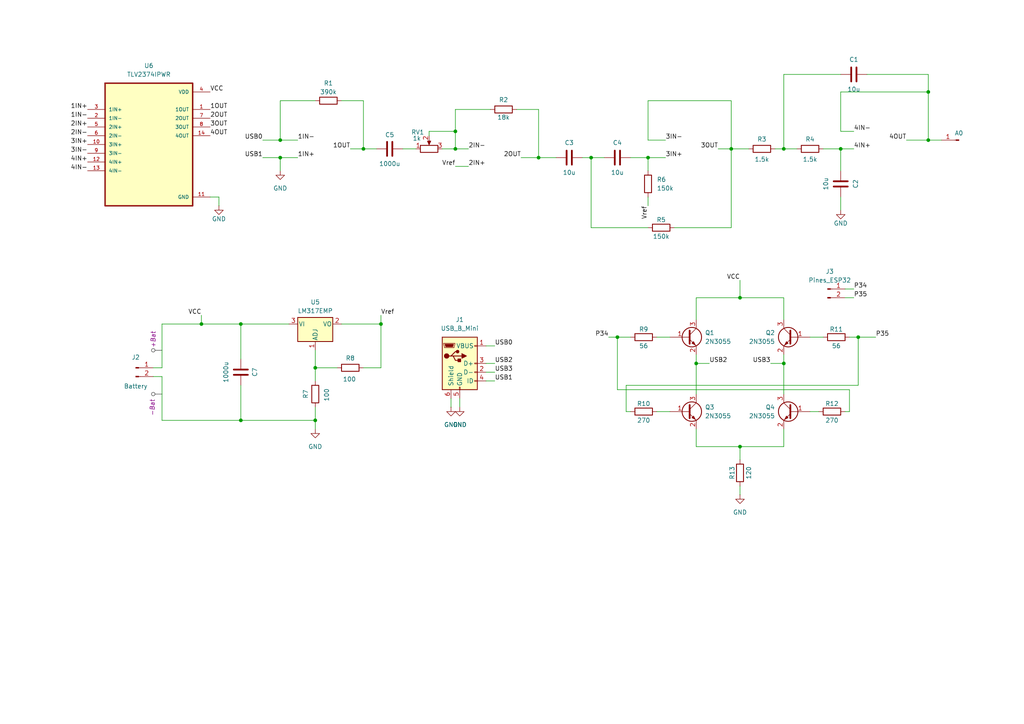
<source format=kicad_sch>
(kicad_sch (version 20231120) (generator "eeschema") (generator_version "8.0")
  (paper "A4")
  (lib_symbols
    (symbol "Connector:Conn_01x01_Pin" (pin_names (offset 1.016) hide)
      (property "Reference" "J" (at 0 2.54 0))
      (property "Value" "Conn_01x01_Pin" (at 0 -2.54 0))
      (symbol "Conn_01x01_Pin_1_1"
        (polyline (pts (xy 1.27 0) (xy 0.8636 0)) (stroke (width 0.1524)))
        (rectangle (start 0.8636 0.127) (end 0 -0.127) (stroke (width 0.1524)) (fill (type outline)))
        (pin passive line (at 5.08 0 180) (length 3.81) (name "Pin_1") (number "1"))
      )
    )
    (symbol "Connector:Conn_01x02_Pin" (pin_names (offset 1.016) hide)
      (property "Reference" "J" (at 0 2.54 0))
      (property "Value" "Conn_01x02_Pin" (at 0 -5.08 0))
      (symbol "Conn_01x02_Pin_1_1"
        (polyline (pts (xy 1.27 -2.54) (xy 0.8636 -2.54)) (stroke (width 0.1524)))
        (polyline (pts (xy 1.27 0) (xy 0.8636 0)) (stroke (width 0.1524)))
        (rectangle (start 0.8636 -2.413) (end 0 -2.667) (stroke (width 0.1524)) (fill (type outline)))
        (rectangle (start 0.8636 0.127) (end 0 -0.127) (stroke (width 0.1524)) (fill (type outline)))
        (pin passive line (at 5.08 0 180) (length 3.81) (name "Pin_1") (number "1"))
        (pin passive line (at 5.08 -2.54 180) (length 3.81) (name "Pin_2") (number "2"))
      )
    )
    (symbol "Connector:USB_B_Mini" (pin_names (offset 1.016))
      (property "Reference" "J" (at -5.08 11.43 0))
      (property "Value" "USB_B_Mini" (at -5.08 8.89 0))
      (symbol "USB_B_Mini_0_1"
        (rectangle (start -5.08 -7.62) (end 5.08 7.62) (stroke (width 0.254)) (fill (type background)))
        (circle (center -3.81 2.159) (radius 0.635) (stroke (width 0.254)) (fill (type outline)))
        (circle (center -0.635 3.429) (radius 0.381) (stroke (width 0.254)) (fill (type outline)))
        (rectangle (start -0.127 -7.62) (end 0.127 -6.858))
        (polyline (pts (xy -1.905 2.159) (xy 0.635 2.159)) (stroke (width 0.254)))
        (polyline (pts (xy -3.175 2.159) (xy -2.54 2.159) (xy -1.27 3.429) (xy -0.635 3.429)) (stroke (width 0.254)))
        (polyline (pts (xy -2.54 2.159) (xy -1.905 2.159) (xy -1.27 0.889) (xy 0 0.889)) (stroke (width 0.254)))
        (polyline (pts (xy 0.635 2.794) (xy 0.635 1.524) (xy 1.905 2.159) (xy 0.635 2.794)) (stroke (width 0.254)) (fill (type outline)))
        (polyline (pts (xy -4.318 5.588) (xy -1.778 5.588) (xy -2.032 4.826) (xy -4.064 4.826) (xy -4.318 5.588)) (fill (type outline)))
        (polyline (pts (xy -4.699 5.842) (xy -4.699 5.588) (xy -4.445 4.826) (xy -4.445 4.572) (xy -1.651 4.572) (xy -1.651 4.826) (xy -1.397 5.588) (xy -1.397 5.842) (xy -4.699 5.842)))
        (rectangle (start 0.254 1.27) (end -0.508 0.508) (stroke (width 0.254)) (fill (type outline)))
        (rectangle (start 5.08 -5.207) (end 4.318 -4.953))
        (rectangle (start 5.08 -2.667) (end 4.318 -2.413))
        (rectangle (start 5.08 -0.127) (end 4.318 0.127))
        (rectangle (start 5.08 4.953) (end 4.318 5.207))
      )
      (symbol "USB_B_Mini_1_1"
        (pin power_out line (at 7.62 5.08 180) (length 2.54) (name "VBUS") (number "1"))
        (pin bidirectional line (at 7.62 -2.54 180) (length 2.54) (name "D-") (number "2"))
        (pin bidirectional line (at 7.62 0 180) (length 2.54) (name "D+") (number "3"))
        (pin passive line (at 7.62 -5.08 180) (length 2.54) (name "ID") (number "4"))
        (pin power_out line (at 0 -10.16 90) (length 2.54) (name "GND") (number "5"))
        (pin passive line (at -2.54 -10.16 90) (length 2.54) (name "Shield") (number "6"))
      )
    )
    (symbol "Device:C" (pin_numbers hide) (pin_names (offset 0.254))
      (property "Reference" "C" (at 0.635 2.54 0))
      (property "Value" "C" (at 0.635 -2.54 0))
      (symbol "C_0_1"
        (polyline (pts (xy -2.032 -0.762) (xy 2.032 -0.762)) (stroke (width 0.508)))
        (polyline (pts (xy -2.032 0.762) (xy 2.032 0.762)) (stroke (width 0.508)))
      )
      (symbol "C_1_1"
        (pin passive line (at 0 3.81 270) (length 2.794) (name "~") (number "1"))
        (pin passive line (at 0 -3.81 90) (length 2.794) (name "~") (number "2"))
      )
    )
    (symbol "Device:R" (pin_numbers hide) (pin_names (offset 0))
      (property "Reference" "R" (at 2.032 0 90))
      (property "Value" "R" (at 0 0 90))
      (symbol "R_0_1"
        (rectangle (start -1.016 -2.54) (end 1.016 2.54) (stroke (width 0.254)))
      )
      (symbol "R_1_1"
        (pin passive line (at 0 3.81 270) (length 1.27) (name "~") (number "1"))
        (pin passive line (at 0 -3.81 90) (length 1.27) (name "~") (number "2"))
      )
    )
    (symbol "Device:R_Potentiometer" (pin_names (offset 1.016) hide)
      (property "Reference" "RV" (at -4.445 0 90))
      (property "Value" "R_Potentiometer" (at -2.54 0 90))
      (symbol "R_Potentiometer_0_1"
        (polyline (pts (xy 2.54 0) (xy 1.524 0)))
        (polyline (pts (xy 1.143 0) (xy 2.286 0.508) (xy 2.286 -0.508) (xy 1.143 0)) (fill (type outline)))
        (rectangle (start 1.016 2.54) (end -1.016 -2.54) (stroke (width 0.254)))
      )
      (symbol "R_Potentiometer_1_1"
        (pin passive line (at 0 3.81 270) (length 1.27) (name "1") (number "1"))
        (pin passive line (at 3.81 0 180) (length 1.27) (name "2") (number "2"))
        (pin passive line (at 0 -3.81 90) (length 1.27) (name "3") (number "3"))
      )
    )
    (symbol "Regulator_Linear:LM317_SOT-223" (pin_names (offset 0.254))
      (property "Reference" "U" (at -3.81 3.175 0))
      (property "Value" "LM317_SOT-223" (at 0 3.175 0))
      (symbol "LM317_SOT-223_0_1"
        (rectangle (start -5.08 1.905) (end 5.08 -5.08) (stroke (width 0.254)) (fill (type background)))
      )
      (symbol "LM317_SOT-223_1_1"
        (pin input line (at 0 -7.62 90) (length 2.54) (name "ADJ") (number "1"))
        (pin power_out line (at 7.62 0 180) (length 2.54) (name "VO") (number "2"))
        (pin power_in line (at -7.62 0 0) (length 2.54) (name "VI") (number "3"))
      )
    )
    (symbol "TLV2374IPWR:TLV2374IPWR" (pin_names (offset 1.016))
      (property "Reference" "U" (at -12.7 18.78 0))
      (property "Value" "TLV2374IPWR" (at -12.7 -21.78 0))
      (symbol "TLV2374IPWR_0_0"
        (rectangle (start -12.7 -17.78) (end 12.7 17.78) (stroke (width 0.41)) (fill (type background)))
        (pin output line (at 17.78 10.16 180) (length 5.08) (name "1OUT") (number "1"))
        (pin input line (at -17.78 0 0) (length 5.08) (name "3IN+") (number "10"))
        (pin power_in line (at 17.78 -15.24 180) (length 5.08) (name "GND") (number "11"))
        (pin input line (at -17.78 -5.08 0) (length 5.08) (name "4IN+") (number "12"))
        (pin input line (at -17.78 -7.62 0) (length 5.08) (name "4IN-") (number "13"))
        (pin output line (at 17.78 2.54 180) (length 5.08) (name "4OUT") (number "14"))
        (pin input line (at -17.78 7.62 0) (length 5.08) (name "1IN-") (number "2"))
        (pin input line (at -17.78 10.16 0) (length 5.08) (name "1IN+") (number "3"))
        (pin power_in line (at 17.78 15.24 180) (length 5.08) (name "VDD") (number "4"))
        (pin input line (at -17.78 5.08 0) (length 5.08) (name "2IN+") (number "5"))
        (pin input line (at -17.78 2.54 0) (length 5.08) (name "2IN-") (number "6"))
        (pin output line (at 17.78 7.62 180) (length 5.08) (name "2OUT") (number "7"))
        (pin output line (at 17.78 5.08 180) (length 5.08) (name "3OUT") (number "8"))
        (pin input line (at -17.78 -2.54 0) (length 5.08) (name "3IN-") (number "9"))
      )
    )
    (symbol "Transistor_BJT:2N3055" (pin_names (offset 0) hide)
      (property "Reference" "Q" (at 5.08 1.905 0))
      (property "Value" "2N3055" (at 5.08 0 0))
      (symbol "2N3055_0_1"
        (polyline (pts (xy 0.635 0.635) (xy 2.54 2.54)))
        (polyline (pts (xy 0.635 -0.635) (xy 2.54 -2.54) (xy 2.54 -2.54)))
        (polyline (pts (xy 0.635 1.905) (xy 0.635 -1.905) (xy 0.635 -1.905)) (stroke (width 0.508)))
        (polyline (pts (xy 1.27 -1.778) (xy 1.778 -1.27) (xy 2.286 -2.286) (xy 1.27 -1.778) (xy 1.27 -1.778)) (fill (type outline)))
        (circle (center 1.27 0) (radius 2.8194) (stroke (width 0.254)))
      )
      (symbol "2N3055_1_1"
        (pin input line (at -5.08 0 0) (length 5.715) (name "B") (number "1"))
        (pin passive line (at 2.54 -5.08 90) (length 2.54) (name "E") (number "2"))
        (pin passive line (at 2.54 5.08 270) (length 2.54) (name "C") (number "3"))
      )
    )
    (symbol "power:GND" (power) (pin_numbers hide) (pin_names (offset 0) hide)
      (property "Value" "GND" (at 0 -3.81 0))
      (symbol "GND_0_1"
        (polyline (pts (xy 0 0) (xy 0 -1.27) (xy 1.27 -1.27) (xy 0 -2.54) (xy -1.27 -1.27) (xy 0 -1.27)))
      )
      (symbol "GND_1_1"
        (pin power_in line (at 0 0 270) (length 0) (name "~") (number "1"))
      )
    )
  )
  (junction (at 156.21 45.72))
  (junction (at 91.44 106.68))
  (junction (at 69.85 93.98))
  (junction (at 171.45 45.72))
  (junction (at 201.93 105.41))
  (junction (at 248.92 97.79))
  (junction (at 132.08 38.1))
  (junction (at 69.85 121.92))
  (junction (at 227.33 105.41))
  (junction (at 214.63 129.54))
  (junction (at 58.42 93.98))
  (junction (at 212.09 43.18))
  (junction (at 81.28 40.64))
  (junction (at 187.96 45.72))
  (junction (at 105.41 43.18))
  (junction (at 81.28 45.72))
  (junction (at 243.84 43.18))
  (junction (at 110.49 93.98))
  (junction (at 269.24 26.67))
  (junction (at 132.08 43.18))
  (junction (at 214.63 86.36))
  (junction (at 227.33 43.18))
  (junction (at 269.24 40.64))
  (junction (at 91.44 121.92))
  (junction (at 179.07 97.79))
  (wire (pts (xy 91.44 106.68) (xy 91.44 101.6)))
  (wire (pts (xy 187.96 45.72) (xy 193.04 45.72)))
  (wire (pts (xy 69.85 93.98) (xy 83.82 93.98)))
  (wire (pts (xy 187.96 66.04) (xy 171.45 66.04)))
  (wire (pts (xy 182.88 119.38) (xy 181.61 119.38)))
  (wire (pts (xy 212.09 29.21) (xy 212.09 43.18)))
  (wire (pts (xy 156.21 45.72) (xy 161.29 45.72)))
  (wire (pts (xy 201.93 129.54) (xy 214.63 129.54)))
  (wire (pts (xy 187.96 29.21) (xy 212.09 29.21)))
  (wire (pts (xy 248.92 97.79) (xy 254 97.79)))
  (wire (pts (xy 187.96 40.64) (xy 187.96 29.21)))
  (wire (pts (xy 234.95 119.38) (xy 237.49 119.38)))
  (wire (pts (xy 132.08 31.75) (xy 132.08 38.1)))
  (wire (pts (xy 227.33 21.59) (xy 227.33 43.18)))
  (wire (pts (xy 223.52 105.41) (xy 227.33 105.41)))
  (wire (pts (xy 214.63 140.97) (xy 214.63 143.51)))
  (wire (pts (xy 214.63 129.54) (xy 227.33 129.54)))
  (wire (pts (xy 171.45 45.72) (xy 175.26 45.72)))
  (wire (pts (xy 124.46 39.37) (xy 124.46 38.1)))
  (wire (pts (xy 246.38 113.03) (xy 179.07 113.03)))
  (wire (pts (xy 208.28 43.18) (xy 212.09 43.18)))
  (wire (pts (xy 179.07 113.03) (xy 179.07 97.79)))
  (wire (pts (xy 201.93 102.87) (xy 201.93 105.41)))
  (wire (pts (xy 69.85 121.92) (xy 91.44 121.92)))
  (wire (pts (xy 176.53 97.79) (xy 179.07 97.79)))
  (wire (pts (xy 190.5 119.38) (xy 194.31 119.38)))
  (wire (pts (xy 81.28 40.64) (xy 86.36 40.64)))
  (wire (pts (xy 69.85 111.76) (xy 69.85 121.92)))
  (wire (pts (xy 245.11 86.36) (xy 247.65 86.36)))
  (wire (pts (xy 193.04 40.64) (xy 187.96 40.64)))
  (wire (pts (xy 91.44 106.68) (xy 91.44 110.49)))
  (wire (pts (xy 182.88 97.79) (xy 179.07 97.79)))
  (wire (pts (xy 168.91 45.72) (xy 171.45 45.72)))
  (wire (pts (xy 91.44 118.11) (xy 91.44 121.92)))
  (wire (pts (xy 110.49 93.98) (xy 110.49 106.68)))
  (wire (pts (xy 181.61 119.38) (xy 181.61 111.76)))
  (wire (pts (xy 214.63 86.36) (xy 227.33 86.36)))
  (wire (pts (xy 212.09 43.18) (xy 217.17 43.18)))
  (wire (pts (xy 44.45 109.22) (xy 46.99 109.22)))
  (wire (pts (xy 187.96 57.15) (xy 187.96 59.69)))
  (wire (pts (xy 149.86 31.75) (xy 156.21 31.75)))
  (wire (pts (xy 81.28 29.21) (xy 81.28 40.64)))
  (wire (pts (xy 243.84 21.59) (xy 227.33 21.59)))
  (wire (pts (xy 132.08 31.75) (xy 142.24 31.75)))
  (wire (pts (xy 273.05 40.64) (xy 269.24 40.64)))
  (wire (pts (xy 105.41 29.21) (xy 105.41 43.18)))
  (wire (pts (xy 227.33 43.18) (xy 231.14 43.18)))
  (wire (pts (xy 140.97 107.95) (xy 143.51 107.95)))
  (wire (pts (xy 132.08 43.18) (xy 135.89 43.18)))
  (wire (pts (xy 63.5 57.15) (xy 63.5 59.69)))
  (wire (pts (xy 99.06 29.21) (xy 105.41 29.21)))
  (wire (pts (xy 243.84 38.1) (xy 243.84 26.67)))
  (wire (pts (xy 201.93 92.71) (xy 201.93 86.36)))
  (wire (pts (xy 99.06 93.98) (xy 110.49 93.98)))
  (wire (pts (xy 243.84 26.67) (xy 269.24 26.67)))
  (wire (pts (xy 251.46 21.59) (xy 269.24 21.59)))
  (wire (pts (xy 246.38 119.38) (xy 246.38 113.03)))
  (wire (pts (xy 46.99 93.98) (xy 58.42 93.98)))
  (wire (pts (xy 245.11 119.38) (xy 246.38 119.38)))
  (wire (pts (xy 171.45 66.04) (xy 171.45 45.72)))
  (wire (pts (xy 46.99 106.68) (xy 44.45 106.68)))
  (wire (pts (xy 116.84 43.18) (xy 120.65 43.18)))
  (wire (pts (xy 124.46 38.1) (xy 132.08 38.1)))
  (wire (pts (xy 60.96 57.15) (xy 63.5 57.15)))
  (wire (pts (xy 110.49 106.68) (xy 105.41 106.68)))
  (wire (pts (xy 227.33 129.54) (xy 227.33 124.46)))
  (wire (pts (xy 69.85 104.14) (xy 69.85 93.98)))
  (wire (pts (xy 151.13 45.72) (xy 156.21 45.72)))
  (wire (pts (xy 58.42 93.98) (xy 69.85 93.98)))
  (wire (pts (xy 46.99 121.92) (xy 69.85 121.92)))
  (wire (pts (xy 201.93 86.36) (xy 214.63 86.36)))
  (wire (pts (xy 224.79 43.18) (xy 227.33 43.18)))
  (wire (pts (xy 140.97 105.41) (xy 143.51 105.41)))
  (wire (pts (xy 238.76 43.18) (xy 243.84 43.18)))
  (wire (pts (xy 227.33 105.41) (xy 227.33 114.3)))
  (wire (pts (xy 81.28 29.21) (xy 91.44 29.21)))
  (wire (pts (xy 234.95 97.79) (xy 238.76 97.79)))
  (wire (pts (xy 156.21 31.75) (xy 156.21 45.72)))
  (wire (pts (xy 187.96 45.72) (xy 187.96 49.53)))
  (wire (pts (xy 128.27 43.18) (xy 132.08 43.18)))
  (wire (pts (xy 269.24 26.67) (xy 269.24 40.64)))
  (wire (pts (xy 58.42 91.44) (xy 58.42 93.98)))
  (wire (pts (xy 133.35 115.57) (xy 133.35 118.11)))
  (wire (pts (xy 214.63 129.54) (xy 214.63 133.35)))
  (wire (pts (xy 201.93 124.46) (xy 201.93 129.54)))
  (wire (pts (xy 245.11 83.82) (xy 247.65 83.82)))
  (wire (pts (xy 182.88 45.72) (xy 187.96 45.72)))
  (wire (pts (xy 143.51 100.33) (xy 140.97 100.33)))
  (wire (pts (xy 132.08 48.26) (xy 135.89 48.26)))
  (wire (pts (xy 269.24 21.59) (xy 269.24 26.67)))
  (wire (pts (xy 130.81 115.57) (xy 130.81 118.11)))
  (wire (pts (xy 181.61 111.76) (xy 248.92 111.76)))
  (wire (pts (xy 110.49 91.44) (xy 110.49 93.98)))
  (wire (pts (xy 46.99 93.98) (xy 46.99 106.68)))
  (wire (pts (xy 91.44 121.92) (xy 91.44 124.46)))
  (wire (pts (xy 201.93 105.41) (xy 201.93 114.3)))
  (wire (pts (xy 76.2 40.64) (xy 81.28 40.64)))
  (wire (pts (xy 243.84 43.18) (xy 247.65 43.18)))
  (wire (pts (xy 76.2 45.72) (xy 81.28 45.72)))
  (wire (pts (xy 227.33 102.87) (xy 227.33 105.41)))
  (wire (pts (xy 81.28 45.72) (xy 86.36 45.72)))
  (wire (pts (xy 212.09 66.04) (xy 212.09 43.18)))
  (wire (pts (xy 46.99 109.22) (xy 46.99 121.92)))
  (wire (pts (xy 201.93 105.41) (xy 205.74 105.41)))
  (wire (pts (xy 243.84 57.15) (xy 243.84 60.96)))
  (wire (pts (xy 140.97 110.49) (xy 143.51 110.49)))
  (wire (pts (xy 195.58 66.04) (xy 212.09 66.04)))
  (wire (pts (xy 190.5 97.79) (xy 194.31 97.79)))
  (wire (pts (xy 248.92 111.76) (xy 248.92 97.79)))
  (wire (pts (xy 97.79 106.68) (xy 91.44 106.68)))
  (wire (pts (xy 246.38 97.79) (xy 248.92 97.79)))
  (wire (pts (xy 105.41 43.18) (xy 109.22 43.18)))
  (wire (pts (xy 214.63 81.28) (xy 214.63 86.36)))
  (wire (pts (xy 81.28 45.72) (xy 81.28 49.53)))
  (wire (pts (xy 101.6 43.18) (xy 105.41 43.18)))
  (wire (pts (xy 227.33 86.36) (xy 227.33 92.71)))
  (wire (pts (xy 247.65 38.1) (xy 243.84 38.1)))
  (wire (pts (xy 132.08 38.1) (xy 132.08 43.18)))
  (wire (pts (xy 243.84 43.18) (xy 243.84 49.53)))
  (wire (pts (xy 269.24 40.64) (xy 262.89 40.64)))
  (label "3IN+" (at 193.04 45.72 0))
  (label "Vref" (at 110.49 91.44 0))
  (label "4IN-" (at 25.4 49.53 180))
  (label "1IN-" (at 25.4 34.29 180))
  (label "3IN+" (at 25.4 41.91 180))
  (label "USB3" (at 143.51 107.95 0))
  (label "4IN-" (at 247.65 38.1 0))
  (label "Vref" (at 187.96 59.69 270))
  (label "USB3" (at 223.52 105.41 180))
  (label "2IN-" (at 135.89 43.18 0))
  (label "USB2" (at 205.74 105.41 0))
  (label "P34" (at 176.53 97.79 180))
  (label "USB0" (at 143.51 100.33 0))
  (label "P35" (at 254 97.79 0))
  (label "1IN+" (at 86.36 45.72 0))
  (label "2OUT" (at 60.96 34.29 0))
  (label "4OUT" (at 60.96 39.37 0))
  (label "VCC" (at 214.63 81.28 180))
  (label "Vref" (at 132.08 48.26 180))
  (label "2IN-" (at 25.4 39.37 180))
  (label "3OUT" (at 208.28 43.18 180))
  (label "4OUT" (at 262.89 40.64 180))
  (label "USB1" (at 143.51 110.49 0))
  (label "3IN-" (at 25.4 44.45 180))
  (label "USB0" (at 76.2 40.64 180))
  (label "P35" (at 247.65 86.36 0))
  (label "1IN-" (at 86.36 40.64 0))
  (label "P34" (at 247.65 83.82 0))
  (label "1OUT" (at 101.6 43.18 180))
  (label "3IN-" (at 193.04 40.64 0))
  (label "3OUT" (at 60.96 36.83 0))
  (label "2OUT" (at 151.13 45.72 180))
  (label "4IN+" (at 25.4 46.99 180))
  (label "USB2" (at 143.51 105.41 0))
  (label "2IN+" (at 25.4 36.83 180))
  (label "VCC" (at 60.96 26.67 0))
  (label "USB1" (at 76.2 45.72 180))
  (label "4IN+" (at 247.65 43.18 0))
  (label "2IN+" (at 135.89 48.26 0))
  (label "1OUT" (at 60.96 31.75 0))
  (label "VCC" (at 58.42 91.44 180))
  (label "1IN+" (at 25.4 31.75 180))
  (netclass_flag "" (length 2.54) (shape round) (at 46.99 101.6 90) (property "Netclass" "+Bat" (at 44.45 100.9015 90) (effects (font (italic yes)) (justify left))))
  (netclass_flag "" (length 2.54) (shape round) (at 46.99 114.3 90) (property "Netclass" "-Bat" (at 44.196 120.65 90) (effects (font (italic yes)) (justify left))))
  (symbol (lib_id "Connector:USB_B_Mini") (at 133.35 105.41 0) (unit 1)
    (property "Reference" "J1" (at 133.35 92.71 0))
    (property "Value" "USB_B_Mini" (at 133.35 95.25 0))
    (property "Footprint" "Footprints:miniUSB-B-20" (effects (hide yes)))
    (property "Description" "USB Mini Type B connector" (effects (hide yes)))
  )
  (symbol (lib_id "Device:C") (at 179.07 45.72 90) (unit 1)
    (property "Reference" "C4" (at 179.07 41.402 90))
    (property "Value" "10u" (at 179.07 50.038 90))
    (property "Footprint" "Capacitor_SMD:CP_Elec_4x3" (effects (hide yes)))
    (property "Description" "Unpolarized capacitor" (effects (hide yes)))
  )
  (symbol (lib_id "Device:C") (at 243.84 53.34 0) (unit 1)
    (property "Reference" "C2" (at 248.158 53.34 90))
    (property "Value" "10u" (at 239.522 53.34 90))
    (property "Footprint" "Capacitor_SMD:CP_Elec_4x3" (effects (hide yes)))
    (property "Description" "Unpolarized capacitor" (effects (hide yes)))
  )
  (symbol (lib_id "Device:R") (at 234.95 43.18 90) (unit 1)
    (property "Reference" "R4" (at 234.95 40.386 90))
    (property "Value" "1.5k" (at 234.95 46.228 90))
    (property "Footprint" "Resistor_SMD:R_1206_3216Metric_Pad1.30x1.75mm_HandSolder" (effects (hide yes)))
    (property "Description" "Resistor" (effects (hide yes)))
  )
  (symbol (lib_id "power:GND") (at 81.28 49.53 0) (unit 1)
    (property "Reference" "#PWR04" (effects (hide yes)))
    (property "Value" "GND" (at 81.28 54.61 0))
    (property "Description" "Power symbol creates a global label with name \"GND\" , ground" (effects (hide yes)))
  )
  (symbol (lib_id "power:GND") (at 91.44 124.46 0) (unit 1)
    (property "Reference" "#PWR02" (effects (hide yes)))
    (property "Value" "GND" (at 91.44 129.54 0))
    (property "Description" "Power symbol creates a global label with name \"GND\" , ground" (effects (hide yes)))
  )
  (symbol (lib_id "Device:C") (at 113.03 43.18 90) (unit 1)
    (property "Reference" "C5" (at 113.03 39.116 90))
    (property "Value" "1000u" (at 113.03 47.498 90))
    (property "Footprint" "Capacitor_THT:CP_Radial_D8.0mm_P3.80mm" (effects (hide yes)))
    (property "Description" "Unpolarized capacitor" (effects (hide yes)))
  )
  (symbol (lib_id "power:GND") (at 130.81 118.11 0) (unit 1)
    (property "Reference" "#PWR03" (effects (hide yes)))
    (property "Value" "GND" (at 130.81 123.19 0))
    (property "Description" "Power symbol creates a global label with name \"GND\" , ground" (effects (hide yes)))
  )
  (symbol (lib_id "Regulator_Linear:LM317_SOT-223") (at 91.44 93.98 0) (unit 1)
    (property "Reference" "U5" (at 91.44 87.63 0))
    (property "Value" "LM317EMP" (at 91.44 90.17 0))
    (property "Footprint" "Package_TO_SOT_SMD:SOT-223-3_TabPin2" (effects (hide yes)))
    (property "Datasheet" "http://www.ti.com/lit/ds/symlink/lm317.pdf" (effects (hide yes)))
    (property "Description" "1.5A 35V Adjustable Linear Regulator, SOT-223" (effects (hide yes)))
  )
  (symbol (lib_id "Transistor_BJT:2N3055") (at 199.39 97.79 0) (unit 1)
    (property "Reference" "Q1" (at 204.47 96.5199 0) (effects (justify left)))
    (property "Value" "2N3055" (at 204.47 99.0599 0) (effects (justify left)))
    (property "Footprint" "Footprints:BJT-NPN-SMD" (effects (hide yes)))
    (property "Datasheet" "http://www.onsemi.com/pub_link/Collateral/2N3055-D.PDF" (effects (hide yes)))
    (property "Description" "15A Ic, 60V Vce, Power NPN Transistor, TO-3" (effects (hide yes)))
  )
  (symbol (lib_id "Transistor_BJT:2N3055") (at 229.87 119.38 0) (mirror y) (unit 1)
    (property "Reference" "Q4" (at 224.79 118.1099 0) (effects (justify left)))
    (property "Value" "2N3055" (at 224.79 120.6499 0) (effects (justify left)))
    (property "Footprint" "Footprints:BJT-NPN-SMD" (effects (hide yes)))
    (property "Datasheet" "http://www.onsemi.com/pub_link/Collateral/2N3055-D.PDF" (effects (hide yes)))
    (property "Description" "15A Ic, 60V Vce, Power NPN Transistor, TO-3" (effects (hide yes)))
  )
  (symbol (lib_id "Device:R") (at 220.98 43.18 90) (unit 1)
    (property "Reference" "R3" (at 220.98 40.386 90))
    (property "Value" "1.5k" (at 220.98 46.228 90))
    (property "Footprint" "Resistor_SMD:R_1206_3216Metric_Pad1.30x1.75mm_HandSolder" (effects (hide yes)))
    (property "Description" "Resistor" (effects (hide yes)))
  )
  (symbol (lib_id "Device:R") (at 242.57 97.79 90) (unit 1)
    (property "Reference" "R11" (at 242.57 95.504 90))
    (property "Value" "56" (at 242.57 100.33 90))
    (property "Footprint" "Resistor_SMD:R_1206_3216Metric_Pad1.30x1.75mm_HandSolder" (effects (hide yes)))
    (property "Description" "Resistor" (effects (hide yes)))
  )
  (symbol (lib_id "power:GND") (at 133.35 118.11 0) (unit 1)
    (property "Reference" "#PWR06" (effects (hide yes)))
    (property "Value" "GND" (at 133.35 123.19 0))
    (property "Description" "Power symbol creates a global label with name \"GND\" , ground" (effects (hide yes)))
  )
  (symbol (lib_id "Device:R") (at 186.69 119.38 90) (unit 1)
    (property "Reference" "R10" (at 186.69 117.094 90))
    (property "Value" "270" (at 186.69 121.92 90))
    (property "Footprint" "Resistor_SMD:R_1206_3216Metric_Pad1.30x1.75mm_HandSolder" (effects (hide yes)))
    (property "Description" "Resistor" (effects (hide yes)))
  )
  (symbol (lib_id "Device:R") (at 214.63 137.16 180) (unit 1)
    (property "Reference" "R13" (at 212.344 137.16 90))
    (property "Value" "120" (at 217.17 137.16 90))
    (property "Footprint" "Resistor_SMD:R_1206_3216Metric_Pad1.30x1.75mm_HandSolder" (effects (hide yes)))
    (property "Description" "Resistor" (effects (hide yes)))
  )
  (symbol (lib_id "Device:C") (at 247.65 21.59 90) (unit 1)
    (property "Reference" "C1" (at 247.65 17.272 90))
    (property "Value" "10u" (at 247.65 25.908 90))
    (property "Footprint" "Capacitor_SMD:CP_Elec_4x3" (effects (hide yes)))
    (property "Description" "Unpolarized capacitor" (effects (hide yes)))
  )
  (symbol (lib_id "power:GND") (at 214.63 143.51 0) (unit 1)
    (property "Reference" "#PWR08" (effects (hide yes)))
    (property "Value" "GND" (at 214.63 148.59 0))
    (property "Description" "Power symbol creates a global label with name \"GND\" , ground" (effects (hide yes)))
  )
  (symbol (lib_id "power:GND") (at 63.5 59.69 0) (unit 1)
    (property "Reference" "#PWR011" (effects (hide yes)))
    (property "Value" "GND" (at 63.5 63.5 0))
    (property "Description" "Power symbol creates a global label with name \"GND\" , ground" (effects (hide yes)))
  )
  (symbol (lib_id "Transistor_BJT:2N3055") (at 229.87 97.79 0) (mirror y) (unit 1)
    (property "Reference" "Q2" (at 224.79 96.5199 0) (effects (justify left)))
    (property "Value" "2N3055" (at 224.79 99.0599 0) (effects (justify left)))
    (property "Footprint" "Footprints:BJT-NPN-SMD" (effects (hide yes)))
    (property "Datasheet" "http://www.onsemi.com/pub_link/Collateral/2N3055-D.PDF" (effects (hide yes)))
    (property "Description" "15A Ic, 60V Vce, Power NPN Transistor, TO-3" (effects (hide yes)))
  )
  (symbol (lib_id "Connector:Conn_01x01_Pin") (at 278.13 40.64 180) (unit 1)
    (property "Reference" "J5" (effects (hide yes)))
    (property "Value" "A0" (at 278.13 38.608 0))
    (property "Footprint" "Connector_PinHeader_1.00mm:PinHeader_1x01_P1.00mm_Vertical" (effects (hide yes)))
    (property "Description" "Generic connector, single row, 01x01, script generated" (effects (hide yes)))
  )
  (symbol (lib_id "power:GND") (at 243.84 60.96 0) (unit 1)
    (property "Reference" "#PWR010" (effects (hide yes)))
    (property "Value" "GND" (at 243.84 64.77 0))
    (property "Description" "Power symbol creates a global label with name \"GND\" , ground" (effects (hide yes)))
  )
  (symbol (lib_id "Device:C") (at 69.85 107.95 0) (unit 1)
    (property "Reference" "C7" (at 73.914 107.95 90))
    (property "Value" "1000u" (at 65.532 107.95 90))
    (property "Footprint" "Capacitor_THT:CP_Radial_D8.0mm_P3.80mm" (effects (hide yes)))
    (property "Description" "Unpolarized capacitor" (effects (hide yes)))
  )
  (symbol (lib_id "Device:R_Potentiometer") (at 124.46 43.18 90) (unit 1)
    (property "Reference" "RV1" (at 121.158 38.354 90))
    (property "Value" "1k" (at 120.904 40.132 90))
    (property "Footprint" "Footprints:TRIM_3296W-1-103" (effects (hide yes)))
    (property "Description" "Potentiometer" (effects (hide yes)))
  )
  (symbol (lib_id "Device:R") (at 146.05 31.75 90) (unit 1)
    (property "Reference" "R2" (at 146.05 28.956 90))
    (property "Value" "18k" (at 146.05 34.036 90))
    (property "Footprint" "Resistor_SMD:R_1206_3216Metric_Pad1.30x1.75mm_HandSolder" (effects (hide yes)))
    (property "Description" "Resistor" (effects (hide yes)))
  )
  (symbol (lib_id "Device:R") (at 187.96 53.34 0) (unit 1)
    (property "Reference" "R6" (at 190.5 52.0699 0) (effects (justify left)))
    (property "Value" "150k" (at 190.5 54.6099 0) (effects (justify left)))
    (property "Footprint" "Resistor_SMD:R_1206_3216Metric_Pad1.30x1.75mm_HandSolder" (effects (hide yes)))
    (property "Description" "Resistor" (effects (hide yes)))
  )
  (symbol (lib_id "Device:R") (at 101.6 106.68 90) (unit 1)
    (property "Reference" "R8" (at 101.6 103.886 90))
    (property "Value" "100" (at 101.346 109.982 90))
    (property "Footprint" "Resistor_SMD:R_1206_3216Metric_Pad1.30x1.75mm_HandSolder" (effects (hide yes)))
    (property "Description" "Resistor" (effects (hide yes)))
  )
  (symbol (lib_id "Device:R") (at 91.44 114.3 180) (unit 1)
    (property "Reference" "R7" (at 88.646 114.3 90))
    (property "Value" "100" (at 94.742 114.554 90))
    (property "Footprint" "Resistor_SMD:R_1206_3216Metric_Pad1.30x1.75mm_HandSolder" (effects (hide yes)))
    (property "Description" "Resistor" (effects (hide yes)))
  )
  (symbol (lib_id "Connector:Conn_01x02_Pin") (at 240.03 83.82 0) (unit 1)
    (property "Reference" "J3" (at 240.665 78.74 0))
    (property "Value" "Pines_ESP32" (at 240.665 81.28 0))
    (property "Footprint" "Connector_PinHeader_1.00mm:PinHeader_1x02_P1.00mm_Vertical" (effects (hide yes)))
    (property "Description" "Generic connector, single row, 01x02, script generated" (effects (hide yes)))
  )
  (symbol (lib_id "Device:R") (at 186.69 97.79 90) (unit 1)
    (property "Reference" "R9" (at 186.69 95.504 90))
    (property "Value" "56" (at 186.69 100.33 90))
    (property "Footprint" "Resistor_SMD:R_1206_3216Metric_Pad1.30x1.75mm_HandSolder" (effects (hide yes)))
    (property "Description" "Resistor" (effects (hide yes)))
  )
  (symbol (lib_id "Device:R") (at 191.77 66.04 90) (unit 1)
    (property "Reference" "R5" (at 191.77 63.754 90))
    (property "Value" "150k" (at 191.77 68.58 90))
    (property "Footprint" "Resistor_SMD:R_1206_3216Metric_Pad1.30x1.75mm_HandSolder" (effects (hide yes)))
    (property "Description" "Resistor" (effects (hide yes)))
  )
  (symbol (lib_id "Device:R") (at 241.3 119.38 90) (unit 1)
    (property "Reference" "R12" (at 241.3 117.094 90))
    (property "Value" "270" (at 241.3 121.92 90))
    (property "Footprint" "Resistor_SMD:R_1206_3216Metric_Pad1.30x1.75mm_HandSolder" (effects (hide yes)))
    (property "Description" "Resistor" (effects (hide yes)))
  )
  (symbol (lib_id "Transistor_BJT:2N3055") (at 199.39 119.38 0) (unit 1)
    (property "Reference" "Q3" (at 204.47 118.1099 0) (effects (justify left)))
    (property "Value" "2N3055" (at 204.47 120.6499 0) (effects (justify left)))
    (property "Footprint" "Footprints:BJT-NPN-SMD" (effects (hide yes)))
    (property "Datasheet" "http://www.onsemi.com/pub_link/Collateral/2N3055-D.PDF" (effects (hide yes)))
    (property "Description" "15A Ic, 60V Vce, Power NPN Transistor, TO-3" (effects (hide yes)))
  )
  (symbol (lib_id "TLV2374IPWR:TLV2374IPWR") (at 43.18 41.91 0) (unit 1)
    (property "Reference" "U6" (at 43.18 19.05 0))
    (property "Value" "TLV2374IPWR" (at 43.18 21.59 0))
    (property "Footprint" "Footprints:opamp-TLV2374IPWR" (effects (hide yes)))
    (property "MF" "Texas Instruments" (effects (hide yes)))
    (property "Description_1" "\nQuad, 16-V, 3-MHz, RRIO operational amplifier\n" (effects (hide yes)))
    (property "Package" "TSSOP-14 Texas Instruments" (effects (hide yes)))
    (property "Price" "None" (effects (hide yes)))
    (property "SnapEDA_Link" "https://www.snapeda.com/parts/TLV2374IPWR/Texas+Instruments/view-part/?ref=snap" (effects (hide yes)))
    (property "MP" "TLV2374IPWR" (effects (hide yes)))
    (property "Availability" "In Stock" (effects (hide yes)))
    (property "Check_prices" "https://www.snapeda.com/parts/TLV2374IPWR/Texas+Instruments/view-part/?ref=eda" (effects (hide yes)))
  )
  (symbol (lib_id "Device:R") (at 95.25 29.21 90) (unit 1)
    (property "Reference" "R1" (at 95.25 24.13 90))
    (property "Value" "390k" (at 95.25 26.67 90))
    (property "Footprint" "Resistor_SMD:R_1206_3216Metric_Pad1.30x1.75mm_HandSolder" (effects (hide yes)))
    (property "Description" "Resistor" (effects (hide yes)))
  )
  (symbol (lib_id "Device:C") (at 165.1 45.72 90) (unit 1)
    (property "Reference" "C3" (at 165.1 41.402 90))
    (property "Value" "10u" (at 165.1 50.038 90))
    (property "Footprint" "Capacitor_SMD:CP_Elec_4x3" (effects (hide yes)))
    (property "Description" "Unpolarized capacitor" (effects (hide yes)))
  )
  (symbol (lib_id "Connector:Conn_01x02_Pin") (at 39.37 106.68 0) (unit 1)
    (property "Reference" "J2" (at 39.37 103.632 0))
    (property "Value" "Battery" (at 39.37 112.014 0))
    (property "Footprint" "Connector_PinHeader_1.00mm:PinHeader_1x02_P1.00mm_Vertical" (effects (hide yes)))
    (property "Description" "Generic connector, single row, 01x02, script generated" (effects (hide yes)))
  )
)
</source>
